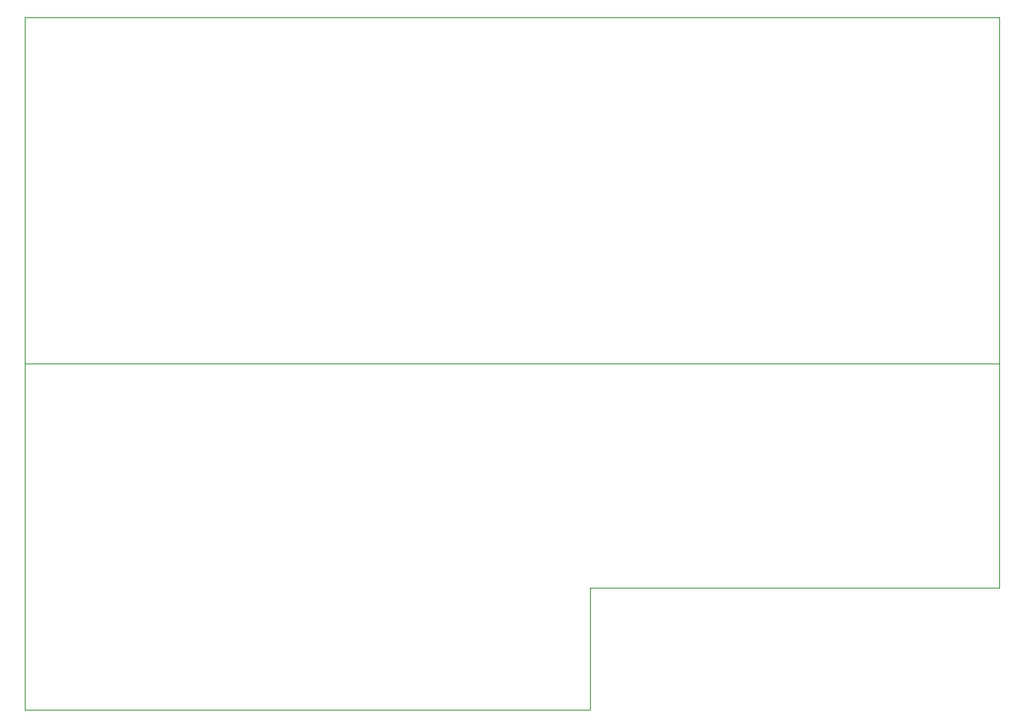
<source format=gm1>
G04 #@! TF.GenerationSoftware,KiCad,Pcbnew,(5.1.0)-1*
G04 #@! TF.CreationDate,2019-06-08T20:54:27-04:00*
G04 #@! TF.ProjectId,Case top+bottom,43617365-2074-46f7-902b-626f74746f6d,rev?*
G04 #@! TF.SameCoordinates,Original*
G04 #@! TF.FileFunction,Profile,NP*
%FSLAX46Y46*%
G04 Gerber Fmt 4.6, Leading zero omitted, Abs format (unit mm)*
G04 Created by KiCad (PCBNEW (5.1.0)-1) date 2019-06-08 20:54:27*
%MOMM*%
%LPD*%
G04 APERTURE LIST*
%ADD10C,0.050000*%
G04 APERTURE END LIST*
D10*
X147973500Y-99260000D02*
X147973500Y-111760000D01*
X189954000Y-99260000D02*
X147973500Y-99260000D01*
X132461000Y-40640000D02*
X107950000Y-40640000D01*
X132461000Y-40640000D02*
X165735000Y-40640000D01*
X165735000Y-40640000D02*
X189954000Y-40640000D01*
X89954000Y-40640000D02*
X89954000Y-76200000D01*
X189954000Y-40640000D02*
X189954000Y-76200000D01*
X189954000Y-76200000D02*
X89954000Y-76200000D01*
X107950000Y-40640000D02*
X89954000Y-40640000D01*
X89954000Y-76200000D02*
X89954000Y-111760000D01*
X107950000Y-76200000D02*
X89954000Y-76200000D01*
X189954000Y-76200000D02*
X189954000Y-99260000D01*
X165735000Y-76200000D02*
X189954000Y-76200000D01*
X147973500Y-111760000D02*
X89954000Y-111760000D01*
X132461000Y-76200000D02*
X165735000Y-76200000D01*
X132461000Y-76200000D02*
X107950000Y-76200000D01*
M02*

</source>
